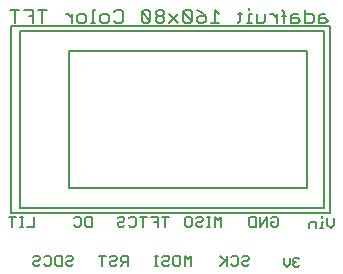
<source format=gbr>
G04 EAGLE Gerber RS-274X export*
G75*
%MOMM*%
%FSLAX34Y34*%
%LPD*%
%INSilkscreen Bottom*%
%IPPOS*%
%AMOC8*
5,1,8,0,0,1.08239X$1,22.5*%
G01*
%ADD10C,0.152400*%
%ADD11C,0.127000*%
%ADD12C,0.177800*%


D10*
X26952Y-41395D02*
X26952Y-50038D01*
X21189Y-50038D01*
X17596Y-50038D02*
X14715Y-50038D01*
X16156Y-50038D02*
X16156Y-41395D01*
X17596Y-41395D02*
X14715Y-41395D01*
X8479Y-41395D02*
X8479Y-50038D01*
X11360Y-41395D02*
X5597Y-41395D01*
X54096Y-75855D02*
X55537Y-74415D01*
X58418Y-74415D01*
X59858Y-75855D01*
X59858Y-77296D01*
X58418Y-78736D01*
X55537Y-78736D01*
X54096Y-80177D01*
X54096Y-81617D01*
X55537Y-83058D01*
X58418Y-83058D01*
X59858Y-81617D01*
X50503Y-83058D02*
X50503Y-74415D01*
X50503Y-83058D02*
X46182Y-83058D01*
X44741Y-81617D01*
X44741Y-75855D01*
X46182Y-74415D01*
X50503Y-74415D01*
X36826Y-74415D02*
X35386Y-75855D01*
X36826Y-74415D02*
X39707Y-74415D01*
X41148Y-75855D01*
X41148Y-81617D01*
X39707Y-83058D01*
X36826Y-83058D01*
X35386Y-81617D01*
X27471Y-74415D02*
X26031Y-75855D01*
X27471Y-74415D02*
X30352Y-74415D01*
X31793Y-75855D01*
X31793Y-77296D01*
X30352Y-78736D01*
X27471Y-78736D01*
X26031Y-80177D01*
X26031Y-81617D01*
X27471Y-83058D01*
X30352Y-83058D01*
X31793Y-81617D01*
X75903Y-50038D02*
X75903Y-41395D01*
X75903Y-50038D02*
X71582Y-50038D01*
X70141Y-48597D01*
X70141Y-42835D01*
X71582Y-41395D01*
X75903Y-41395D01*
X62226Y-41395D02*
X60786Y-42835D01*
X62226Y-41395D02*
X65107Y-41395D01*
X66548Y-42835D01*
X66548Y-48597D01*
X65107Y-50038D01*
X62226Y-50038D01*
X60786Y-48597D01*
X105981Y-74415D02*
X105981Y-83058D01*
X105981Y-74415D02*
X101659Y-74415D01*
X100219Y-75855D01*
X100219Y-78736D01*
X101659Y-80177D01*
X105981Y-80177D01*
X103100Y-80177D02*
X100219Y-83058D01*
X92304Y-74415D02*
X90863Y-75855D01*
X92304Y-74415D02*
X95185Y-74415D01*
X96626Y-75855D01*
X96626Y-77296D01*
X95185Y-78736D01*
X92304Y-78736D01*
X90863Y-80177D01*
X90863Y-81617D01*
X92304Y-83058D01*
X95185Y-83058D01*
X96626Y-81617D01*
X84389Y-83058D02*
X84389Y-74415D01*
X87270Y-74415D02*
X81508Y-74415D01*
X137855Y-50038D02*
X137855Y-41395D01*
X140736Y-41395D02*
X134974Y-41395D01*
X131381Y-41395D02*
X131381Y-50038D01*
X131381Y-41395D02*
X125619Y-41395D01*
X128500Y-45716D02*
X131381Y-45716D01*
X119144Y-50038D02*
X119144Y-41395D01*
X116263Y-41395D02*
X122026Y-41395D01*
X108349Y-41395D02*
X106908Y-42835D01*
X108349Y-41395D02*
X111230Y-41395D01*
X112670Y-42835D01*
X112670Y-48597D01*
X111230Y-50038D01*
X108349Y-50038D01*
X106908Y-48597D01*
X98994Y-41395D02*
X97553Y-42835D01*
X98994Y-41395D02*
X101875Y-41395D01*
X103315Y-42835D01*
X103315Y-44276D01*
X101875Y-45716D01*
X98994Y-45716D01*
X97553Y-47157D01*
X97553Y-48597D01*
X98994Y-50038D01*
X101875Y-50038D01*
X103315Y-48597D01*
X159899Y-74415D02*
X159899Y-83058D01*
X157018Y-77296D02*
X159899Y-74415D01*
X157018Y-77296D02*
X154137Y-74415D01*
X154137Y-83058D01*
X149103Y-74415D02*
X146222Y-74415D01*
X149103Y-74415D02*
X150544Y-75855D01*
X150544Y-81617D01*
X149103Y-83058D01*
X146222Y-83058D01*
X144782Y-81617D01*
X144782Y-75855D01*
X146222Y-74415D01*
X136867Y-74415D02*
X135427Y-75855D01*
X136867Y-74415D02*
X139748Y-74415D01*
X141189Y-75855D01*
X141189Y-77296D01*
X139748Y-78736D01*
X136867Y-78736D01*
X135427Y-80177D01*
X135427Y-81617D01*
X136867Y-83058D01*
X139748Y-83058D01*
X141189Y-81617D01*
X131834Y-83058D02*
X128953Y-83058D01*
X130393Y-83058D02*
X130393Y-74415D01*
X128953Y-74415D02*
X131834Y-74415D01*
X185299Y-50038D02*
X185299Y-41395D01*
X182418Y-44276D01*
X179537Y-41395D01*
X179537Y-50038D01*
X175944Y-50038D02*
X173063Y-50038D01*
X174503Y-50038D02*
X174503Y-41395D01*
X173063Y-41395D02*
X175944Y-41395D01*
X165386Y-41395D02*
X163945Y-42835D01*
X165386Y-41395D02*
X168267Y-41395D01*
X169707Y-42835D01*
X169707Y-44276D01*
X168267Y-45716D01*
X165386Y-45716D01*
X163945Y-47157D01*
X163945Y-48597D01*
X165386Y-50038D01*
X168267Y-50038D01*
X169707Y-48597D01*
X158911Y-41395D02*
X156030Y-41395D01*
X158911Y-41395D02*
X160352Y-42835D01*
X160352Y-48597D01*
X158911Y-50038D01*
X156030Y-50038D01*
X154590Y-48597D01*
X154590Y-42835D01*
X156030Y-41395D01*
X203089Y-75855D02*
X204529Y-74415D01*
X207410Y-74415D01*
X208851Y-75855D01*
X208851Y-77296D01*
X207410Y-78736D01*
X204529Y-78736D01*
X203089Y-80177D01*
X203089Y-81617D01*
X204529Y-83058D01*
X207410Y-83058D01*
X208851Y-81617D01*
X195174Y-74415D02*
X193733Y-75855D01*
X195174Y-74415D02*
X198055Y-74415D01*
X199496Y-75855D01*
X199496Y-81617D01*
X198055Y-83058D01*
X195174Y-83058D01*
X193733Y-81617D01*
X190140Y-83058D02*
X190140Y-74415D01*
X190140Y-80177D02*
X184378Y-74415D01*
X188700Y-78736D02*
X184378Y-83058D01*
X227219Y-42835D02*
X228659Y-41395D01*
X231540Y-41395D01*
X232981Y-42835D01*
X232981Y-48597D01*
X231540Y-50038D01*
X228659Y-50038D01*
X227219Y-48597D01*
X227219Y-45716D01*
X230100Y-45716D01*
X223626Y-41395D02*
X223626Y-50038D01*
X217863Y-50038D02*
X223626Y-41395D01*
X217863Y-41395D02*
X217863Y-50038D01*
X214270Y-50038D02*
X214270Y-41395D01*
X214270Y-50038D02*
X209949Y-50038D01*
X208508Y-48597D01*
X208508Y-42835D01*
X209949Y-41395D01*
X214270Y-41395D01*
D11*
X250120Y-76194D02*
X251391Y-77465D01*
X250120Y-76194D02*
X247578Y-76194D01*
X246306Y-77465D01*
X246306Y-78736D01*
X247578Y-80007D01*
X248849Y-80007D01*
X247578Y-80007D02*
X246306Y-81278D01*
X246306Y-82549D01*
X247578Y-83820D01*
X250120Y-83820D01*
X251391Y-82549D01*
X243205Y-81278D02*
X243205Y-76194D01*
X243205Y-81278D02*
X240663Y-83820D01*
X238121Y-81278D01*
X238121Y-76194D01*
D10*
X280952Y-48427D02*
X280952Y-42665D01*
X280952Y-48427D02*
X278070Y-51308D01*
X275189Y-48427D01*
X275189Y-42665D01*
X271596Y-45546D02*
X270156Y-45546D01*
X270156Y-51308D01*
X271596Y-51308D02*
X268715Y-51308D01*
X270156Y-42665D02*
X270156Y-41224D01*
X265360Y-45546D02*
X265360Y-51308D01*
X265360Y-45546D02*
X261038Y-45546D01*
X259597Y-46986D01*
X259597Y-51308D01*
D12*
X269775Y130097D02*
X273419Y130097D01*
X269775Y130097D02*
X267953Y128275D01*
X267953Y122809D01*
X273419Y122809D01*
X275241Y124631D01*
X273419Y126453D01*
X267953Y126453D01*
X256259Y122809D02*
X256259Y133740D01*
X256259Y122809D02*
X261725Y122809D01*
X263547Y124631D01*
X263547Y128275D01*
X261725Y130097D01*
X256259Y130097D01*
X250031Y130097D02*
X246387Y130097D01*
X244565Y128275D01*
X244565Y122809D01*
X250031Y122809D01*
X251853Y124631D01*
X250031Y126453D01*
X244565Y126453D01*
X238337Y122809D02*
X238337Y131918D01*
X236515Y133740D01*
X236515Y128275D02*
X240159Y128275D01*
X232363Y130097D02*
X232363Y122809D01*
X232363Y126453D02*
X228719Y130097D01*
X226897Y130097D01*
X222618Y130097D02*
X222618Y124631D01*
X220796Y122809D01*
X215331Y122809D01*
X215331Y130097D01*
X210924Y130097D02*
X209102Y130097D01*
X209102Y122809D01*
X210924Y122809D02*
X207280Y122809D01*
X209102Y133740D02*
X209102Y135562D01*
X201306Y131918D02*
X201306Y124631D01*
X199484Y122809D01*
X199484Y130097D02*
X203128Y130097D01*
X183638Y130097D02*
X179994Y133740D01*
X179994Y122809D01*
X176351Y122809D02*
X183638Y122809D01*
X168301Y131918D02*
X164657Y133740D01*
X168301Y131918D02*
X171944Y128275D01*
X171944Y124631D01*
X170122Y122809D01*
X166479Y122809D01*
X164657Y124631D01*
X164657Y126453D01*
X166479Y128275D01*
X171944Y128275D01*
X160250Y124631D02*
X160250Y131918D01*
X158428Y133740D01*
X154785Y133740D01*
X152963Y131918D01*
X152963Y124631D01*
X154785Y122809D01*
X158428Y122809D01*
X160250Y124631D01*
X152963Y131918D01*
X148556Y130097D02*
X141269Y122809D01*
X148556Y122809D02*
X141269Y130097D01*
X136862Y131918D02*
X135040Y133740D01*
X131397Y133740D01*
X129575Y131918D01*
X129575Y130097D01*
X131397Y128275D01*
X129575Y126453D01*
X129575Y124631D01*
X131397Y122809D01*
X135040Y122809D01*
X136862Y124631D01*
X136862Y126453D01*
X135040Y128275D01*
X136862Y130097D01*
X136862Y131918D01*
X135040Y128275D02*
X131397Y128275D01*
X125168Y124631D02*
X125168Y131918D01*
X123347Y133740D01*
X119703Y133740D01*
X117881Y131918D01*
X117881Y124631D01*
X119703Y122809D01*
X123347Y122809D01*
X125168Y124631D01*
X117881Y131918D01*
X96315Y133740D02*
X94493Y131918D01*
X96315Y133740D02*
X99959Y133740D01*
X101780Y131918D01*
X101780Y124631D01*
X99959Y122809D01*
X96315Y122809D01*
X94493Y124631D01*
X88265Y122809D02*
X84621Y122809D01*
X82799Y124631D01*
X82799Y128275D01*
X84621Y130097D01*
X88265Y130097D01*
X90086Y128275D01*
X90086Y124631D01*
X88265Y122809D01*
X78393Y133740D02*
X76571Y133740D01*
X76571Y122809D01*
X78393Y122809D02*
X74749Y122809D01*
X68775Y122809D02*
X65131Y122809D01*
X63309Y124631D01*
X63309Y128275D01*
X65131Y130097D01*
X68775Y130097D01*
X70597Y128275D01*
X70597Y124631D01*
X68775Y122809D01*
X58903Y122809D02*
X58903Y130097D01*
X58903Y126453D02*
X55259Y130097D01*
X53437Y130097D01*
X33820Y133740D02*
X33820Y122809D01*
X37464Y133740D02*
X30176Y133740D01*
X25770Y133740D02*
X25770Y122809D01*
X25770Y133740D02*
X18482Y133740D01*
X22126Y128275D02*
X25770Y128275D01*
X10432Y122809D02*
X10432Y133740D01*
X14076Y133740D02*
X6788Y133740D01*
D11*
X7620Y119640D02*
X7620Y-38360D01*
X7620Y119640D02*
X277620Y119640D01*
X277620Y-38360D01*
X7620Y-38360D01*
X272620Y-34360D02*
X272620Y115640D01*
X14620Y115640D01*
X14620Y-34360D01*
X272620Y-34360D01*
X257620Y-17360D02*
X257620Y98640D01*
X56020Y98640D01*
X56020Y-17360D01*
X257620Y-17360D01*
M02*

</source>
